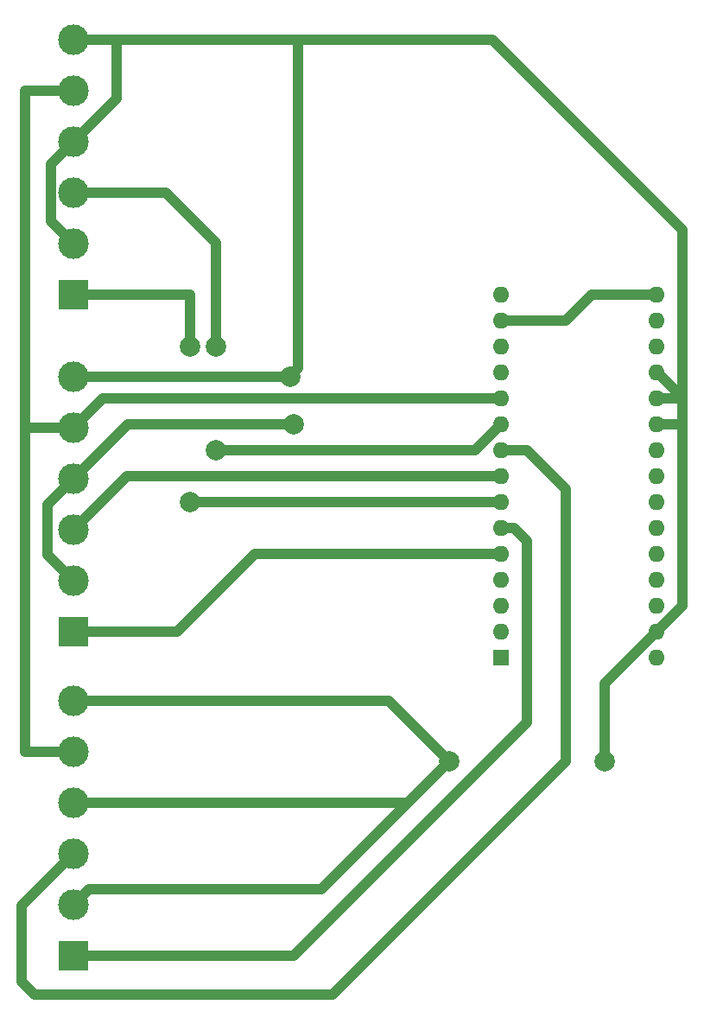
<source format=gbr>
G04 #@! TF.GenerationSoftware,KiCad,Pcbnew,(5.1.4)-1*
G04 #@! TF.CreationDate,2019-11-18T14:32:50-03:00*
G04 #@! TF.ProjectId,CNC REVERSA,434e4320-5245-4564-9552-53412e6b6963,1*
G04 #@! TF.SameCoordinates,Original*
G04 #@! TF.FileFunction,Copper,L2,Bot*
G04 #@! TF.FilePolarity,Positive*
%FSLAX46Y46*%
G04 Gerber Fmt 4.6, Leading zero omitted, Abs format (unit mm)*
G04 Created by KiCad (PCBNEW (5.1.4)-1) date 2019-11-18 14:32:50*
%MOMM*%
%LPD*%
G04 APERTURE LIST*
%ADD10R,3.000000X3.000000*%
%ADD11C,3.000000*%
%ADD12R,1.600000X1.600000*%
%ADD13O,1.600000X1.600000*%
%ADD14C,2.000000*%
%ADD15C,1.000000*%
G04 APERTURE END LIST*
D10*
X10160000Y71120000D03*
D11*
X10160000Y76120000D03*
X10160000Y81120000D03*
X10160000Y86120000D03*
X10160000Y91120000D03*
X10160000Y96120000D03*
D10*
X10160000Y6350000D03*
D11*
X10160000Y11350000D03*
X10160000Y16350000D03*
X10160000Y21350000D03*
X10160000Y26350000D03*
X10160000Y31350000D03*
D10*
X10160000Y38100000D03*
D11*
X10160000Y43100000D03*
X10160000Y48100000D03*
X10160000Y53100000D03*
X10160000Y58100000D03*
X10160000Y63100000D03*
D12*
X52070000Y35560000D03*
D13*
X67310000Y68580000D03*
X52070000Y38100000D03*
X67310000Y66040000D03*
X52070000Y40640000D03*
X67310000Y63500000D03*
X52070000Y43180000D03*
X67310000Y60960000D03*
X52070000Y45720000D03*
X67310000Y58420000D03*
X52070000Y48260000D03*
X67310000Y55880000D03*
X52070000Y50800000D03*
X67310000Y53340000D03*
X52070000Y53340000D03*
X67310000Y50800000D03*
X52070000Y55880000D03*
X67310000Y48260000D03*
X52070000Y58420000D03*
X67310000Y45720000D03*
X52070000Y60960000D03*
X67310000Y43180000D03*
X52070000Y63500000D03*
X67310000Y40640000D03*
X52070000Y66040000D03*
X67310000Y38100000D03*
X52070000Y68580000D03*
X67310000Y35560000D03*
X52070000Y71120000D03*
X67310000Y71120000D03*
D14*
X24130000Y55880000D03*
X21590000Y50800000D03*
X62230000Y25400000D03*
X31350000Y63100000D03*
X31750000Y58420000D03*
X46990000Y25400000D03*
X24130000Y66040000D03*
X21590000Y66040000D03*
D15*
X67310000Y71120000D02*
X60960000Y71120000D01*
X58420000Y68580000D02*
X52070000Y68580000D01*
X60960000Y71120000D02*
X58420000Y68580000D01*
X68109999Y62700001D02*
X67310000Y63500000D01*
X69850000Y60960000D02*
X68109999Y62700001D01*
X67310000Y38100000D02*
X69850000Y40640000D01*
X67310000Y60960000D02*
X69850000Y60960000D01*
X67310000Y58420000D02*
X69850000Y58420000D01*
X69850000Y40640000D02*
X69850000Y58420000D01*
X69850000Y58420000D02*
X69850000Y60960000D01*
X51200000Y96120000D02*
X69850000Y77470000D01*
X69850000Y77470000D02*
X69850000Y60960000D01*
X8660001Y84620001D02*
X10160000Y86120000D01*
X7959999Y83919999D02*
X8660001Y84620001D01*
X7959999Y78320001D02*
X7959999Y83919999D01*
X10160000Y76120000D02*
X7959999Y78320001D01*
X14370000Y90330000D02*
X14370000Y96120000D01*
X10160000Y86120000D02*
X14370000Y90330000D01*
X10160000Y96120000D02*
X14370000Y96120000D01*
X10160000Y63100000D02*
X31350000Y63100000D01*
X32150000Y63900000D02*
X32150000Y96120000D01*
X31350000Y63100000D02*
X31350000Y63100000D01*
X14370000Y96120000D02*
X32150000Y96120000D01*
X32150000Y96120000D02*
X51200000Y96120000D01*
X10160000Y53100000D02*
X15480000Y58420000D01*
X15480000Y58420000D02*
X31750000Y58420000D01*
X8660001Y51600001D02*
X10160000Y53100000D01*
X7620000Y50560000D02*
X8660001Y51600001D01*
X7620000Y45640000D02*
X7620000Y50560000D01*
X10160000Y43100000D02*
X7620000Y45640000D01*
X31350000Y63100000D02*
X32150000Y63900000D01*
X31750000Y58420000D02*
X31750000Y58420000D01*
X10160000Y31350000D02*
X41040000Y31350000D01*
X41040000Y31350000D02*
X46990000Y25400000D01*
X42940000Y21350000D02*
X46990000Y25400000D01*
X10160000Y21350000D02*
X42940000Y21350000D01*
X34439999Y12849999D02*
X42940000Y21350000D01*
X11659999Y12849999D02*
X34439999Y12849999D01*
X10160000Y11350000D02*
X11659999Y12849999D01*
X46990000Y25400000D02*
X46990000Y25400000D01*
X62230000Y33020000D02*
X67310000Y38100000D01*
X62230000Y25400000D02*
X62230000Y33020000D01*
X10160000Y26350000D02*
X5400000Y26350000D01*
X5400000Y91120000D02*
X10160000Y91120000D01*
X10160000Y58100000D02*
X5400000Y58100000D01*
X5400000Y26350000D02*
X5400000Y58100000D01*
X5400000Y58100000D02*
X5400000Y91120000D01*
X13020000Y60960000D02*
X10160000Y58100000D01*
X52070000Y60960000D02*
X13020000Y60960000D01*
X17940000Y81120000D02*
X10160000Y81120000D01*
X17940000Y81120000D02*
X19210000Y81120000D01*
X19210000Y81120000D02*
X24130000Y76200000D01*
X24130000Y76200000D02*
X24130000Y66040000D01*
X24130000Y66040000D02*
X24130000Y66040000D01*
X49530000Y55880000D02*
X52070000Y58420000D01*
X24130000Y55880000D02*
X49530000Y55880000D01*
X58420000Y52070000D02*
X54610000Y55880000D01*
X35560000Y2540000D02*
X58420000Y25400000D01*
X52070000Y55880000D02*
X54610000Y55880000D01*
X10160000Y16350000D02*
X5080000Y11270000D01*
X5080000Y11270000D02*
X5080000Y3810000D01*
X5080000Y3810000D02*
X6350000Y2540000D01*
X58420000Y25400000D02*
X58420000Y52070000D01*
X6350000Y2540000D02*
X35560000Y2540000D01*
X15400000Y53340000D02*
X10160000Y48100000D01*
X52070000Y53340000D02*
X15400000Y53340000D01*
X10160000Y71120000D02*
X21590000Y71120000D01*
X21590000Y71120000D02*
X21590000Y66040000D01*
X21590000Y66040000D02*
X21590000Y66040000D01*
X21590000Y50800000D02*
X52070000Y50800000D01*
X52070000Y48260000D02*
X53340000Y48260000D01*
X54610000Y46990000D02*
X54610000Y29210000D01*
X53340000Y48260000D02*
X54610000Y46990000D01*
X31750000Y6350000D02*
X10160000Y6350000D01*
X54610000Y29210000D02*
X31750000Y6350000D01*
X52070000Y45720000D02*
X27940000Y45720000D01*
X20320000Y38100000D02*
X10160000Y38100000D01*
X27940000Y45720000D02*
X20320000Y38100000D01*
M02*

</source>
